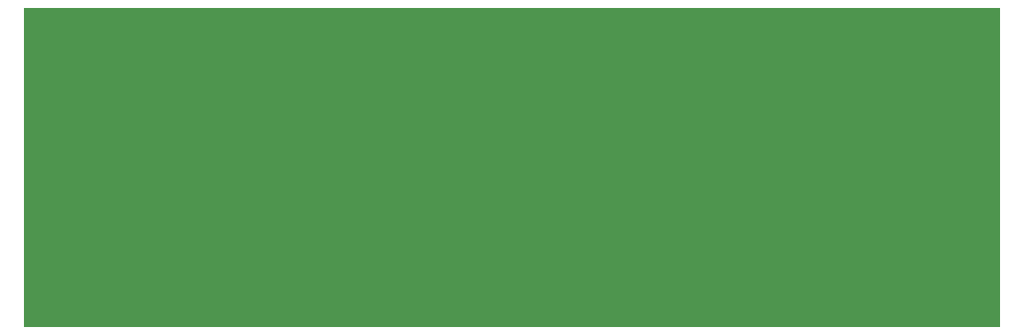
<source format=gbr>
G04 ===== Begin FILE IDENTIFICATION =====*
G04 File Format:  Gerber RS274X*
G04 ===== End FILE IDENTIFICATION =====*
%FSLAX24Y24*%
%MOIN*%
%SFA1.0000B1.0000*%
%OFA0.0B0.0*%
%ADD14R,3.665000X1.200000*%
%LNdefault*%
%IPPOS*%
%LPD*%
G75*
D14*
X-14425Y1000D03*
M02*


</source>
